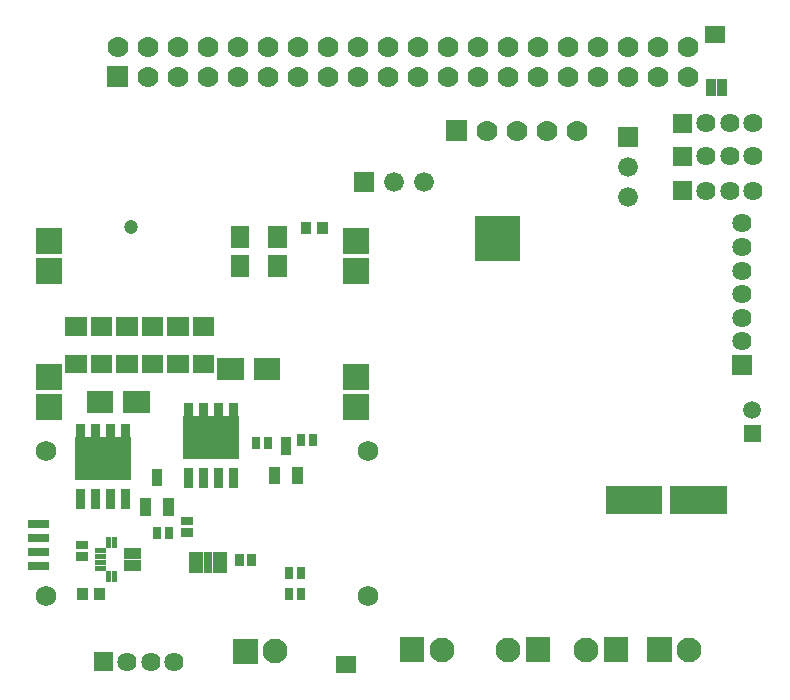
<source format=gts>
G04 Layer: TopSolderMaskLayer*
G04 EasyEDA v6.4.25, 2021-09-19T11:37:02+02:00*
G04 64e9d69745c74d7bbaee3c671462624f,10*
G04 Gerber Generator version 0.2*
G04 Scale: 100 percent, Rotated: No, Reflected: No *
G04 Dimensions in inches *
G04 leading zeros omitted , absolute positions ,3 integer and 6 decimal *
%FSLAX36Y36*%
%MOIN*%

%ADD65C,0.0700*%
%ADD68C,0.0660*%
%ADD71C,0.0640*%
%ADD75C,0.0591*%
%ADD89C,0.0827*%
%ADD90C,0.0680*%
%ADD92C,0.0474*%

%LPD*%
G36*
X70000Y925000D02*
G01*
X70000Y775000D01*
X220000Y775000D01*
X220000Y925000D01*
G37*
G36*
X70000Y925000D02*
G01*
X70000Y775000D01*
X220000Y775000D01*
X220000Y925000D01*
G37*
G36*
X-833870Y-264499D02*
G01*
X-833870Y-195500D01*
X-806171Y-195500D01*
X-806171Y-264499D01*
G37*
G36*
X505429Y-67300D02*
G01*
X505429Y27300D01*
X694529Y27300D01*
X694529Y-67300D01*
G37*
G36*
X720429Y-67300D02*
G01*
X720429Y27300D01*
X909529Y27300D01*
X909529Y-67300D01*
G37*
D65*
G01*
X-220051Y1489549D03*
G01*
X-220051Y1389549D03*
G01*
X-320051Y1489549D03*
G01*
X-420051Y1489549D03*
G01*
X-520051Y1489549D03*
G01*
X-620051Y1489549D03*
G01*
X-720051Y1489549D03*
G01*
X-820051Y1489549D03*
G01*
X-920051Y1489549D03*
G01*
X-1020051Y1489549D03*
G01*
X-1120050Y1489549D03*
G36*
X-1154971Y1354499D02*
G01*
X-1154971Y1424499D01*
X-1084971Y1424499D01*
X-1084971Y1354499D01*
G37*
G01*
X-1020051Y1389549D03*
G01*
X-920051Y1389549D03*
G01*
X-820051Y1389549D03*
G01*
X-720051Y1389549D03*
G01*
X-620051Y1389549D03*
G01*
X-520051Y1389549D03*
G01*
X-420051Y1389549D03*
G01*
X-320051Y1389549D03*
G01*
X779948Y1489549D03*
G01*
X779948Y1389549D03*
G01*
X679948Y1489549D03*
G01*
X579948Y1489549D03*
G01*
X479948Y1489549D03*
G01*
X379948Y1489549D03*
G01*
X279948Y1489549D03*
G01*
X179948Y1489549D03*
G01*
X79948Y1489549D03*
G01*
X-20051Y1489549D03*
G01*
X-120051Y1489549D03*
G01*
X-120051Y1389549D03*
G01*
X-20051Y1389549D03*
G01*
X79948Y1389549D03*
G01*
X179948Y1389549D03*
G01*
X279948Y1389549D03*
G01*
X379948Y1389549D03*
G01*
X479948Y1389549D03*
G01*
X579948Y1389549D03*
G01*
X679948Y1389549D03*
G36*
X-484170Y160300D02*
G01*
X-484170Y199699D01*
X-456471Y199699D01*
X-456471Y160300D01*
G37*
G36*
X-523571Y160300D02*
G01*
X-523571Y199699D01*
X-495870Y199699D01*
X-495870Y160300D01*
G37*
D68*
G01*
X-99970Y1040000D03*
G01*
X-199970Y1040000D03*
G36*
X-332970Y1006999D02*
G01*
X-332970Y1073000D01*
X-266971Y1073000D01*
X-266971Y1006999D01*
G37*
G36*
X-1259771Y-223499D02*
G01*
X-1259771Y-195799D01*
X-1220271Y-195799D01*
X-1220271Y-223499D01*
G37*
G36*
X-1259771Y-184200D02*
G01*
X-1259771Y-156500D01*
X-1220271Y-156500D01*
X-1220271Y-184200D01*
G37*
D71*
G01*
X959998Y901219D03*
G01*
X959998Y822480D03*
G01*
X959998Y743739D03*
G01*
X959998Y665000D03*
G01*
X959998Y586260D03*
G01*
X959998Y507519D03*
G36*
X928028Y396799D02*
G01*
X928028Y460799D01*
X992029Y460799D01*
X992029Y396799D01*
G37*
G36*
X-455371Y865300D02*
G01*
X-455371Y904699D01*
X-419871Y904699D01*
X-419871Y865300D01*
G37*
G36*
X-510470Y865300D02*
G01*
X-510470Y904699D01*
X-474970Y904699D01*
X-474970Y865300D01*
G37*
G36*
X-1200070Y-591999D02*
G01*
X-1200070Y-528000D01*
X-1136071Y-528000D01*
X-1136071Y-591999D01*
G37*
G01*
X-1089331Y-560000D03*
G01*
X-1010591Y-560000D03*
G01*
X-931850Y-560000D03*
G36*
X965429Y170999D02*
G01*
X965429Y230199D01*
X1024628Y230199D01*
X1024628Y170999D01*
G37*
D75*
G01*
X995029Y279340D03*
G36*
X729728Y1203000D02*
G01*
X729728Y1266999D01*
X793729Y1266999D01*
X793729Y1203000D01*
G37*
D71*
G01*
X840469Y1235000D03*
G01*
X919209Y1235000D03*
G01*
X997948Y1235000D03*
G36*
X-524170Y-284699D02*
G01*
X-524170Y-245300D01*
X-496471Y-245300D01*
X-496471Y-284699D01*
G37*
G36*
X-563571Y-284699D02*
G01*
X-563571Y-245300D01*
X-535870Y-245300D01*
X-535870Y-284699D01*
G37*
G36*
X-563571Y-354699D02*
G01*
X-563571Y-315300D01*
X-535870Y-315300D01*
X-535870Y-354699D01*
G37*
G36*
X-524170Y-354699D02*
G01*
X-524170Y-315300D01*
X-496471Y-315300D01*
X-496471Y-354699D01*
G37*
G36*
X-689170Y-239699D02*
G01*
X-689170Y-200300D01*
X-661471Y-200300D01*
X-661471Y-239699D01*
G37*
G36*
X-728571Y-239699D02*
G01*
X-728571Y-200300D01*
X-700870Y-200300D01*
X-700870Y-239699D01*
G37*
G36*
X-1295970Y401100D02*
G01*
X-1295970Y463499D01*
X-1223971Y463499D01*
X-1223971Y401100D01*
G37*
G36*
X-1295970Y526500D02*
G01*
X-1295970Y588899D01*
X-1223971Y588899D01*
X-1223971Y526500D01*
G37*
G36*
X-744071Y724000D02*
G01*
X-744071Y795999D01*
X-681670Y795999D01*
X-681670Y724000D01*
G37*
G36*
X-618671Y724000D02*
G01*
X-618671Y795999D01*
X-556270Y795999D01*
X-556270Y724000D01*
G37*
G36*
X-744071Y819000D02*
G01*
X-744071Y890999D01*
X-681670Y890999D01*
X-681670Y819000D01*
G37*
G36*
X-618671Y819000D02*
G01*
X-618671Y890999D01*
X-556270Y890999D01*
X-556270Y819000D01*
G37*
G36*
X-1418571Y-253800D02*
G01*
X-1418571Y-226199D01*
X-1351471Y-226199D01*
X-1351471Y-253800D01*
G37*
G36*
X-1418571Y-207199D02*
G01*
X-1418571Y-179499D01*
X-1351471Y-179499D01*
X-1351471Y-207199D01*
G37*
G36*
X-1418571Y-160500D02*
G01*
X-1418571Y-132800D01*
X-1351471Y-132800D01*
X-1351471Y-160500D01*
G37*
G36*
X-1418571Y-113800D02*
G01*
X-1418571Y-86199D01*
X-1351471Y-86199D01*
X-1351471Y-113800D01*
G37*
D65*
G01*
X409828Y1210000D03*
G01*
X309828Y1210000D03*
G01*
X209828Y1210000D03*
G01*
X109828Y1210000D03*
G36*
X-25171Y1175000D02*
G01*
X-25171Y1245000D01*
X44828Y1245000D01*
X44828Y1175000D01*
G37*
G36*
X-1224371Y268499D02*
G01*
X-1224371Y341500D01*
X-1135671Y341500D01*
X-1135671Y268499D01*
G37*
G36*
X-1102271Y268499D02*
G01*
X-1102271Y341500D01*
X-1013571Y341500D01*
X-1013571Y268499D01*
G37*
G36*
X-789371Y378499D02*
G01*
X-789371Y451500D01*
X-700671Y451500D01*
X-700671Y378499D01*
G37*
G36*
X-667271Y378499D02*
G01*
X-667271Y451500D01*
X-578571Y451500D01*
X-578571Y378499D01*
G37*
G36*
X729728Y978000D02*
G01*
X729728Y1041999D01*
X793729Y1041999D01*
X793729Y978000D01*
G37*
D71*
G01*
X840459Y1010000D03*
G01*
X919198Y1010000D03*
G01*
X997938Y1010000D03*
G36*
X-955970Y401100D02*
G01*
X-955970Y463499D01*
X-883971Y463499D01*
X-883971Y401100D01*
G37*
G36*
X-955970Y526500D02*
G01*
X-955970Y588899D01*
X-883971Y588899D01*
X-883971Y526500D01*
G37*
G36*
X-1040970Y401100D02*
G01*
X-1040970Y463499D01*
X-968971Y463499D01*
X-968971Y401100D01*
G37*
G36*
X-1040970Y526500D02*
G01*
X-1040970Y588899D01*
X-968971Y588899D01*
X-968971Y526500D01*
G37*
G36*
X-1125970Y401100D02*
G01*
X-1125970Y463499D01*
X-1053971Y463499D01*
X-1053971Y401100D01*
G37*
G36*
X-1125970Y526500D02*
G01*
X-1125970Y588899D01*
X-1053971Y588899D01*
X-1053971Y526500D01*
G37*
G36*
X-1210970Y401100D02*
G01*
X-1210970Y463499D01*
X-1138971Y463499D01*
X-1138971Y401100D01*
G37*
G36*
X-1210970Y526500D02*
G01*
X-1210970Y588899D01*
X-1138971Y588899D01*
X-1138971Y526500D01*
G37*
G36*
X-964170Y-149699D02*
G01*
X-964170Y-110300D01*
X-936471Y-110300D01*
X-936471Y-149699D01*
G37*
G36*
X-1003571Y-149699D02*
G01*
X-1003571Y-110300D01*
X-975870Y-110300D01*
X-975870Y-149699D01*
G37*
G36*
X-634170Y150300D02*
G01*
X-634170Y189699D01*
X-606471Y189699D01*
X-606471Y150300D01*
G37*
G36*
X-673571Y150300D02*
G01*
X-673571Y189699D01*
X-645870Y189699D01*
X-645870Y150300D01*
G37*
G36*
X-909771Y-104200D02*
G01*
X-909771Y-76500D01*
X-870271Y-76500D01*
X-870271Y-104200D01*
G37*
G36*
X-909771Y-143499D02*
G01*
X-909771Y-115799D01*
X-870271Y-115799D01*
X-870271Y-143499D01*
G37*
G36*
X-883070Y-264499D02*
G01*
X-883070Y-195500D01*
X-835671Y-195500D01*
X-835671Y-264499D01*
G37*
G36*
X-804270Y-264499D02*
G01*
X-804270Y-195500D01*
X-756971Y-195500D01*
X-756971Y-264499D01*
G37*
G36*
X-870970Y401100D02*
G01*
X-870970Y463499D01*
X-798971Y463499D01*
X-798971Y401100D01*
G37*
G36*
X-870970Y526500D02*
G01*
X-870970Y588899D01*
X-798971Y588899D01*
X-798971Y526500D01*
G37*
G36*
X729929Y1093000D02*
G01*
X729929Y1156999D01*
X793928Y1156999D01*
X793928Y1093000D01*
G37*
G01*
X840628Y1125000D03*
G01*
X919368Y1125000D03*
G01*
X998109Y1125000D03*
D68*
G01*
X579828Y990000D03*
G01*
X579828Y1090000D03*
G36*
X546828Y1156999D02*
G01*
X546828Y1223000D01*
X612829Y1223000D01*
X612829Y1156999D01*
G37*
G36*
X-1138771Y-295799D02*
G01*
X-1138771Y-258400D01*
X-1122971Y-258400D01*
X-1122971Y-295799D01*
G37*
G36*
X-1158470Y-295799D02*
G01*
X-1158470Y-258400D01*
X-1142671Y-258400D01*
X-1142671Y-295799D01*
G37*
G36*
X-1196871Y-257399D02*
G01*
X-1196871Y-241599D01*
X-1159371Y-241599D01*
X-1159371Y-257399D01*
G37*
G36*
X-1196871Y-237699D02*
G01*
X-1196871Y-221900D01*
X-1159371Y-221900D01*
X-1159371Y-237699D01*
G37*
G36*
X-1196871Y-218099D02*
G01*
X-1196871Y-202300D01*
X-1159371Y-202300D01*
X-1159371Y-218099D01*
G37*
G36*
X-1196871Y-198400D02*
G01*
X-1196871Y-182600D01*
X-1159371Y-182600D01*
X-1159371Y-198400D01*
G37*
G36*
X-1158470Y-181599D02*
G01*
X-1158470Y-144200D01*
X-1142671Y-144200D01*
X-1142671Y-181599D01*
G37*
G36*
X-1138771Y-181599D02*
G01*
X-1138771Y-144200D01*
X-1122971Y-144200D01*
X-1122971Y-181599D01*
G37*
G36*
X-1098870Y-218099D02*
G01*
X-1098870Y-182600D01*
X-1044871Y-182600D01*
X-1044871Y-218099D01*
G37*
G36*
X-1098870Y-257399D02*
G01*
X-1098870Y-221900D01*
X-1044871Y-221900D01*
X-1044871Y-257399D01*
G37*
G36*
X-1200171Y-354699D02*
G01*
X-1200171Y-315300D01*
X-1164670Y-315300D01*
X-1164670Y-354699D01*
G37*
G36*
X-1255271Y-354699D02*
G01*
X-1255271Y-315300D01*
X-1219771Y-315300D01*
X-1219771Y-354699D01*
G37*
G36*
X840528Y1325999D02*
G01*
X840528Y1384000D01*
X873528Y1384000D01*
X873528Y1325999D01*
G37*
G36*
X876529Y1325999D02*
G01*
X876529Y1384000D01*
X909529Y1384000D01*
X909529Y1325999D01*
G37*
G36*
X835528Y1500999D02*
G01*
X835528Y1559000D01*
X868528Y1559000D01*
X868528Y1500999D01*
G37*
G36*
X871529Y1500999D02*
G01*
X871529Y1559000D01*
X904529Y1559000D01*
X904529Y1500999D01*
G37*
G36*
X-394471Y-599000D02*
G01*
X-394471Y-540999D01*
X-361471Y-540999D01*
X-361471Y-599000D01*
G37*
G36*
X-358470Y-599000D02*
G01*
X-358470Y-540999D01*
X-325470Y-540999D01*
X-325470Y-599000D01*
G37*
G36*
X-1108771Y164000D02*
G01*
X-1108771Y230999D01*
X-1081170Y230999D01*
X-1081170Y164000D01*
G37*
G36*
X-1158771Y164000D02*
G01*
X-1158771Y230999D01*
X-1131170Y230999D01*
X-1131170Y164000D01*
G37*
G36*
X-1208771Y164000D02*
G01*
X-1208771Y230999D01*
X-1181170Y230999D01*
X-1181170Y164000D01*
G37*
G36*
X-1258771Y164000D02*
G01*
X-1258771Y230999D01*
X-1231170Y230999D01*
X-1231170Y164000D01*
G37*
G36*
X-1108771Y-50999D02*
G01*
X-1108771Y15999D01*
X-1081170Y15999D01*
X-1081170Y-50999D01*
G37*
G36*
X-1158771Y-50999D02*
G01*
X-1158771Y15999D01*
X-1131170Y15999D01*
X-1131170Y-50999D01*
G37*
G36*
X-1208771Y-50999D02*
G01*
X-1208771Y15999D01*
X-1181170Y15999D01*
X-1181170Y-50999D01*
G37*
G36*
X-1258771Y-50999D02*
G01*
X-1258771Y15999D01*
X-1231170Y15999D01*
X-1231170Y-50999D01*
G37*
G36*
X-1262570Y44600D02*
G01*
X-1262570Y190399D01*
X-1077470Y190399D01*
X-1077470Y44600D01*
G37*
G36*
X-748770Y234000D02*
G01*
X-748770Y300999D01*
X-721171Y300999D01*
X-721171Y234000D01*
G37*
G36*
X-798770Y234000D02*
G01*
X-798770Y300999D01*
X-771171Y300999D01*
X-771171Y234000D01*
G37*
G36*
X-848770Y234000D02*
G01*
X-848770Y300999D01*
X-821171Y300999D01*
X-821171Y234000D01*
G37*
G36*
X-898770Y234000D02*
G01*
X-898770Y300999D01*
X-871171Y300999D01*
X-871171Y234000D01*
G37*
G36*
X-748770Y19000D02*
G01*
X-748770Y85999D01*
X-721171Y85999D01*
X-721171Y19000D01*
G37*
G36*
X-798770Y19000D02*
G01*
X-798770Y85999D01*
X-771171Y85999D01*
X-771171Y19000D01*
G37*
G36*
X-848770Y19000D02*
G01*
X-848770Y85999D01*
X-821171Y85999D01*
X-821171Y19000D01*
G37*
G36*
X-898770Y19000D02*
G01*
X-898770Y85999D01*
X-871171Y85999D01*
X-871171Y19000D01*
G37*
G36*
X-902570Y114600D02*
G01*
X-902570Y260399D01*
X-717470Y260399D01*
X-717470Y114600D01*
G37*
G36*
X-577771Y130599D02*
G01*
X-577771Y187800D01*
X-542170Y187800D01*
X-542170Y130599D01*
G37*
G36*
X-540371Y32199D02*
G01*
X-540371Y89400D01*
X-504771Y89400D01*
X-504771Y32199D01*
G37*
G36*
X-615171Y32199D02*
G01*
X-615171Y89400D01*
X-579570Y89400D01*
X-579570Y32199D01*
G37*
G36*
X-1007771Y25599D02*
G01*
X-1007771Y82800D01*
X-972170Y82800D01*
X-972170Y25599D01*
G37*
G36*
X-970371Y-72800D02*
G01*
X-970371Y-15599D01*
X-934771Y-15599D01*
X-934771Y-72800D01*
G37*
G36*
X-1045171Y-72800D02*
G01*
X-1045171Y-15599D01*
X-1009570Y-15599D01*
X-1009570Y-72800D01*
G37*
G36*
X-736370Y-566399D02*
G01*
X-736370Y-483600D01*
X-653671Y-483600D01*
X-653671Y-566399D01*
G37*
D89*
G01*
X-595000Y-525000D03*
D90*
G01*
X-1360941Y-340940D03*
G01*
X-1360941Y141340D03*
G01*
X-286140Y-340000D03*
G01*
X-286140Y142280D03*
G36*
X-370970Y697899D02*
G01*
X-370970Y784600D01*
X-284270Y784600D01*
X-284270Y697899D01*
G37*
G36*
X-370970Y797899D02*
G01*
X-370970Y884600D01*
X-284270Y884600D01*
X-284270Y797899D01*
G37*
G36*
X-370970Y246700D02*
G01*
X-370970Y333400D01*
X-284270Y333400D01*
X-284270Y246700D01*
G37*
G36*
X-370970Y346700D02*
G01*
X-370970Y433400D01*
X-284270Y433400D01*
X-284270Y346700D01*
G37*
G36*
X-1394670Y246700D02*
G01*
X-1394670Y333400D01*
X-1307871Y333400D01*
X-1307871Y246700D01*
G37*
G36*
X-1394670Y346700D02*
G01*
X-1394670Y433400D01*
X-1307871Y433400D01*
X-1307871Y346700D01*
G37*
G36*
X-1394670Y697899D02*
G01*
X-1394670Y784600D01*
X-1307871Y784600D01*
X-1307871Y697899D01*
G37*
G36*
X-1394670Y797899D02*
G01*
X-1394670Y884600D01*
X-1307871Y884600D01*
X-1307871Y797899D01*
G37*
G36*
X498629Y-561399D02*
G01*
X498629Y-478600D01*
X581428Y-478600D01*
X581428Y-561399D01*
G37*
D89*
G01*
X440029Y-520000D03*
G36*
X238428Y-561399D02*
G01*
X238428Y-478600D01*
X321229Y-478600D01*
X321229Y-561399D01*
G37*
G01*
X179828Y-520000D03*
G36*
X-181571Y-561399D02*
G01*
X-181571Y-478600D01*
X-98770Y-478600D01*
X-98770Y-561399D01*
G37*
G01*
X-40171Y-520000D03*
G36*
X643629Y-561399D02*
G01*
X643629Y-478600D01*
X726428Y-478600D01*
X726428Y-561399D01*
G37*
G01*
X785029Y-520000D03*
D92*
G01*
X-1075001Y890000D03*
M02*

</source>
